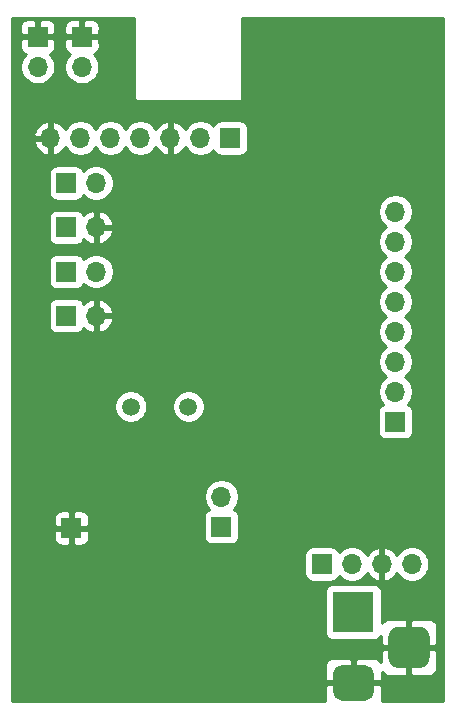
<source format=gbr>
G04 #@! TF.GenerationSoftware,KiCad,Pcbnew,5.1.6+dfsg1-1~bpo10+1*
G04 #@! TF.CreationDate,2020-07-18T15:25:44-05:00*
G04 #@! TF.ProjectId,EncoderBoard2,456e636f-6465-4724-926f-617264322e6b,v1.0*
G04 #@! TF.SameCoordinates,Original*
G04 #@! TF.FileFunction,Copper,L2,Bot*
G04 #@! TF.FilePolarity,Positive*
%FSLAX46Y46*%
G04 Gerber Fmt 4.6, Leading zero omitted, Abs format (unit mm)*
G04 Created by KiCad (PCBNEW 5.1.6+dfsg1-1~bpo10+1) date 2020-07-18 15:25:44*
%MOMM*%
%LPD*%
G01*
G04 APERTURE LIST*
G04 #@! TA.AperFunction,ComponentPad*
%ADD10O,1.700000X1.700000*%
G04 #@! TD*
G04 #@! TA.AperFunction,ComponentPad*
%ADD11R,1.700000X1.700000*%
G04 #@! TD*
G04 #@! TA.AperFunction,ComponentPad*
%ADD12R,3.500000X3.500000*%
G04 #@! TD*
G04 #@! TA.AperFunction,ComponentPad*
%ADD13C,1.500000*%
G04 #@! TD*
G04 #@! TA.AperFunction,ViaPad*
%ADD14C,0.450000*%
G04 #@! TD*
G04 #@! TA.AperFunction,ViaPad*
%ADD15C,1.270000*%
G04 #@! TD*
G04 #@! TA.AperFunction,Conductor*
%ADD16C,0.254000*%
G04 #@! TD*
G04 APERTURE END LIST*
D10*
X108077000Y-98983800D03*
X110617000Y-98983800D03*
X113157000Y-98983800D03*
X115697000Y-98983800D03*
X118237000Y-98983800D03*
X120777000Y-98983800D03*
D11*
X123317000Y-98983800D03*
X109410500Y-102793800D03*
D10*
X111950500Y-102793800D03*
D11*
X109410500Y-106540300D03*
D10*
X111950500Y-106540300D03*
D11*
X109410500Y-110286800D03*
D10*
X111950500Y-110286800D03*
D11*
X109410500Y-114033300D03*
D10*
X111950500Y-114033300D03*
D11*
X137287000Y-122986800D03*
D10*
X137287000Y-120446800D03*
X137287000Y-117906800D03*
X137287000Y-115366800D03*
X137287000Y-112826800D03*
X137287000Y-110286800D03*
X137287000Y-107746800D03*
X137287000Y-105206800D03*
G04 #@! TA.AperFunction,ComponentPad*
G36*
G01*
X139306000Y-143865800D02*
X137556000Y-143865800D01*
G75*
G02*
X136681000Y-142990800I0J875000D01*
G01*
X136681000Y-141240800D01*
G75*
G02*
X137556000Y-140365800I875000J0D01*
G01*
X139306000Y-140365800D01*
G75*
G02*
X140181000Y-141240800I0J-875000D01*
G01*
X140181000Y-142990800D01*
G75*
G02*
X139306000Y-143865800I-875000J0D01*
G01*
G37*
G04 #@! TD.AperFunction*
G04 #@! TA.AperFunction,ComponentPad*
G36*
G01*
X134731000Y-146615800D02*
X132731000Y-146615800D01*
G75*
G02*
X131981000Y-145865800I0J750000D01*
G01*
X131981000Y-144365800D01*
G75*
G02*
X132731000Y-143615800I750000J0D01*
G01*
X134731000Y-143615800D01*
G75*
G02*
X135481000Y-144365800I0J-750000D01*
G01*
X135481000Y-145865800D01*
G75*
G02*
X134731000Y-146615800I-750000J0D01*
G01*
G37*
G04 #@! TD.AperFunction*
D12*
X133731000Y-139115800D03*
D11*
X109855000Y-132003800D03*
D13*
X114881000Y-121716800D03*
X119761000Y-121716800D03*
D10*
X138684000Y-135051800D03*
X136144000Y-135051800D03*
X133604000Y-135051800D03*
D11*
X131064000Y-135051800D03*
D10*
X106997500Y-92951300D03*
D11*
X106997500Y-90411300D03*
D10*
X110744000Y-92951300D03*
D11*
X110744000Y-90411300D03*
X122555000Y-131876800D03*
D10*
X122555000Y-129336800D03*
D14*
X127889000Y-111302800D03*
X122555000Y-135813800D03*
X113030000Y-137210800D03*
X113919000Y-138353800D03*
X126478000Y-123861800D03*
X108472000Y-123861800D03*
X127889000Y-120446800D03*
X132334000Y-113715800D03*
X132080000Y-105714800D03*
X132870000Y-104472800D03*
X133604000Y-98348800D03*
X134239000Y-96824800D03*
X134465000Y-90502800D03*
X135410000Y-90502800D03*
X113919000Y-115874800D03*
X120051000Y-105496800D03*
X119176800Y-117881400D03*
X126633000Y-101382800D03*
X127127000Y-89585800D03*
X128129000Y-94552800D03*
X113792000Y-90216800D03*
X125349000Y-93141800D03*
X116713000Y-115239800D03*
X137541000Y-131495800D03*
X135128000Y-128574800D03*
X128143000Y-108000800D03*
X129286000Y-131495800D03*
X106807000Y-100888800D03*
X106680000Y-108508800D03*
X131699000Y-114858800D03*
D15*
X121920000Y-142163800D03*
D14*
X108585000Y-142036800D03*
D15*
X117602000Y-142544800D03*
D14*
X113792000Y-139750800D03*
X113284000Y-144195800D03*
X114300000Y-117906800D03*
X126111000Y-106349800D03*
X127381000Y-103809800D03*
X118745000Y-102031800D03*
D16*
G36*
X115189000Y-95681800D02*
G01*
X115191440Y-95706576D01*
X115198667Y-95730401D01*
X115210403Y-95752357D01*
X115226197Y-95771603D01*
X115245443Y-95787397D01*
X115267399Y-95799133D01*
X115291224Y-95806360D01*
X115316000Y-95808800D01*
X124206000Y-95808800D01*
X124230776Y-95806360D01*
X124254601Y-95799133D01*
X124276557Y-95787397D01*
X124295803Y-95771603D01*
X124311597Y-95752357D01*
X124323333Y-95730401D01*
X124330560Y-95706576D01*
X124333000Y-95681800D01*
X124333000Y-88848000D01*
X141276000Y-88848000D01*
X141276001Y-146610000D01*
X136119057Y-146610000D01*
X136116000Y-145401550D01*
X135957250Y-145242800D01*
X133858000Y-145242800D01*
X133858000Y-145262800D01*
X133604000Y-145262800D01*
X133604000Y-145242800D01*
X131504750Y-145242800D01*
X131346000Y-145401550D01*
X131342943Y-146610000D01*
X104850000Y-146610000D01*
X104850000Y-143615800D01*
X131342928Y-143615800D01*
X131346000Y-144830050D01*
X131504750Y-144988800D01*
X133604000Y-144988800D01*
X133604000Y-143139550D01*
X133858000Y-143139550D01*
X133858000Y-144988800D01*
X135957250Y-144988800D01*
X136116000Y-144830050D01*
X136117698Y-144158995D01*
X136150463Y-144220294D01*
X136229815Y-144316985D01*
X136326506Y-144396337D01*
X136436820Y-144455302D01*
X136556518Y-144491612D01*
X136681000Y-144503872D01*
X138145250Y-144500800D01*
X138304000Y-144342050D01*
X138304000Y-142242800D01*
X138558000Y-142242800D01*
X138558000Y-144342050D01*
X138716750Y-144500800D01*
X140181000Y-144503872D01*
X140305482Y-144491612D01*
X140425180Y-144455302D01*
X140535494Y-144396337D01*
X140632185Y-144316985D01*
X140711537Y-144220294D01*
X140770502Y-144109980D01*
X140806812Y-143990282D01*
X140819072Y-143865800D01*
X140816000Y-142401550D01*
X140657250Y-142242800D01*
X138558000Y-142242800D01*
X138304000Y-142242800D01*
X136204750Y-142242800D01*
X136046000Y-142401550D01*
X136044069Y-143322167D01*
X136011537Y-143261306D01*
X135932185Y-143164615D01*
X135835494Y-143085263D01*
X135725180Y-143026298D01*
X135605482Y-142989988D01*
X135481000Y-142977728D01*
X134016750Y-142980800D01*
X133858000Y-143139550D01*
X133604000Y-143139550D01*
X133445250Y-142980800D01*
X131981000Y-142977728D01*
X131856518Y-142989988D01*
X131736820Y-143026298D01*
X131626506Y-143085263D01*
X131529815Y-143164615D01*
X131450463Y-143261306D01*
X131391498Y-143371620D01*
X131355188Y-143491318D01*
X131342928Y-143615800D01*
X104850000Y-143615800D01*
X104850000Y-137365800D01*
X131342928Y-137365800D01*
X131342928Y-140865800D01*
X131355188Y-140990282D01*
X131391498Y-141109980D01*
X131450463Y-141220294D01*
X131529815Y-141316985D01*
X131626506Y-141396337D01*
X131736820Y-141455302D01*
X131856518Y-141491612D01*
X131981000Y-141503872D01*
X135481000Y-141503872D01*
X135605482Y-141491612D01*
X135725180Y-141455302D01*
X135835494Y-141396337D01*
X135932185Y-141316985D01*
X136011537Y-141220294D01*
X136044591Y-141158455D01*
X136046000Y-141830050D01*
X136204750Y-141988800D01*
X138304000Y-141988800D01*
X138304000Y-139889550D01*
X138558000Y-139889550D01*
X138558000Y-141988800D01*
X140657250Y-141988800D01*
X140816000Y-141830050D01*
X140819072Y-140365800D01*
X140806812Y-140241318D01*
X140770502Y-140121620D01*
X140711537Y-140011306D01*
X140632185Y-139914615D01*
X140535494Y-139835263D01*
X140425180Y-139776298D01*
X140305482Y-139739988D01*
X140181000Y-139727728D01*
X138716750Y-139730800D01*
X138558000Y-139889550D01*
X138304000Y-139889550D01*
X138145250Y-139730800D01*
X136681000Y-139727728D01*
X136556518Y-139739988D01*
X136436820Y-139776298D01*
X136326506Y-139835263D01*
X136229815Y-139914615D01*
X136150463Y-140011306D01*
X136119072Y-140070033D01*
X136119072Y-137365800D01*
X136106812Y-137241318D01*
X136070502Y-137121620D01*
X136011537Y-137011306D01*
X135932185Y-136914615D01*
X135835494Y-136835263D01*
X135725180Y-136776298D01*
X135605482Y-136739988D01*
X135481000Y-136727728D01*
X131981000Y-136727728D01*
X131856518Y-136739988D01*
X131736820Y-136776298D01*
X131626506Y-136835263D01*
X131529815Y-136914615D01*
X131450463Y-137011306D01*
X131391498Y-137121620D01*
X131355188Y-137241318D01*
X131342928Y-137365800D01*
X104850000Y-137365800D01*
X104850000Y-134201800D01*
X129575928Y-134201800D01*
X129575928Y-135901800D01*
X129588188Y-136026282D01*
X129624498Y-136145980D01*
X129683463Y-136256294D01*
X129762815Y-136352985D01*
X129859506Y-136432337D01*
X129969820Y-136491302D01*
X130089518Y-136527612D01*
X130214000Y-136539872D01*
X131914000Y-136539872D01*
X132038482Y-136527612D01*
X132158180Y-136491302D01*
X132268494Y-136432337D01*
X132365185Y-136352985D01*
X132444537Y-136256294D01*
X132503502Y-136145980D01*
X132525513Y-136073420D01*
X132657368Y-136205275D01*
X132900589Y-136367790D01*
X133170842Y-136479732D01*
X133457740Y-136536800D01*
X133750260Y-136536800D01*
X134037158Y-136479732D01*
X134307411Y-136367790D01*
X134550632Y-136205275D01*
X134757475Y-135998432D01*
X134879195Y-135816266D01*
X134948822Y-135933155D01*
X135143731Y-136149388D01*
X135377080Y-136323441D01*
X135639901Y-136448625D01*
X135787110Y-136493276D01*
X136017000Y-136371955D01*
X136017000Y-135178800D01*
X135997000Y-135178800D01*
X135997000Y-134924800D01*
X136017000Y-134924800D01*
X136017000Y-133731645D01*
X136271000Y-133731645D01*
X136271000Y-134924800D01*
X136291000Y-134924800D01*
X136291000Y-135178800D01*
X136271000Y-135178800D01*
X136271000Y-136371955D01*
X136500890Y-136493276D01*
X136648099Y-136448625D01*
X136910920Y-136323441D01*
X137144269Y-136149388D01*
X137339178Y-135933155D01*
X137408805Y-135816266D01*
X137530525Y-135998432D01*
X137737368Y-136205275D01*
X137980589Y-136367790D01*
X138250842Y-136479732D01*
X138537740Y-136536800D01*
X138830260Y-136536800D01*
X139117158Y-136479732D01*
X139387411Y-136367790D01*
X139630632Y-136205275D01*
X139837475Y-135998432D01*
X139999990Y-135755211D01*
X140111932Y-135484958D01*
X140169000Y-135198060D01*
X140169000Y-134905540D01*
X140111932Y-134618642D01*
X139999990Y-134348389D01*
X139837475Y-134105168D01*
X139630632Y-133898325D01*
X139387411Y-133735810D01*
X139117158Y-133623868D01*
X138830260Y-133566800D01*
X138537740Y-133566800D01*
X138250842Y-133623868D01*
X137980589Y-133735810D01*
X137737368Y-133898325D01*
X137530525Y-134105168D01*
X137408805Y-134287334D01*
X137339178Y-134170445D01*
X137144269Y-133954212D01*
X136910920Y-133780159D01*
X136648099Y-133654975D01*
X136500890Y-133610324D01*
X136271000Y-133731645D01*
X136017000Y-133731645D01*
X135787110Y-133610324D01*
X135639901Y-133654975D01*
X135377080Y-133780159D01*
X135143731Y-133954212D01*
X134948822Y-134170445D01*
X134879195Y-134287334D01*
X134757475Y-134105168D01*
X134550632Y-133898325D01*
X134307411Y-133735810D01*
X134037158Y-133623868D01*
X133750260Y-133566800D01*
X133457740Y-133566800D01*
X133170842Y-133623868D01*
X132900589Y-133735810D01*
X132657368Y-133898325D01*
X132525513Y-134030180D01*
X132503502Y-133957620D01*
X132444537Y-133847306D01*
X132365185Y-133750615D01*
X132268494Y-133671263D01*
X132158180Y-133612298D01*
X132038482Y-133575988D01*
X131914000Y-133563728D01*
X130214000Y-133563728D01*
X130089518Y-133575988D01*
X129969820Y-133612298D01*
X129859506Y-133671263D01*
X129762815Y-133750615D01*
X129683463Y-133847306D01*
X129624498Y-133957620D01*
X129588188Y-134077318D01*
X129575928Y-134201800D01*
X104850000Y-134201800D01*
X104850000Y-132853800D01*
X108366928Y-132853800D01*
X108379188Y-132978282D01*
X108415498Y-133097980D01*
X108474463Y-133208294D01*
X108553815Y-133304985D01*
X108650506Y-133384337D01*
X108760820Y-133443302D01*
X108880518Y-133479612D01*
X109005000Y-133491872D01*
X109569250Y-133488800D01*
X109728000Y-133330050D01*
X109728000Y-132130800D01*
X109982000Y-132130800D01*
X109982000Y-133330050D01*
X110140750Y-133488800D01*
X110705000Y-133491872D01*
X110829482Y-133479612D01*
X110949180Y-133443302D01*
X111059494Y-133384337D01*
X111156185Y-133304985D01*
X111235537Y-133208294D01*
X111294502Y-133097980D01*
X111330812Y-132978282D01*
X111343072Y-132853800D01*
X111340000Y-132289550D01*
X111181250Y-132130800D01*
X109982000Y-132130800D01*
X109728000Y-132130800D01*
X108528750Y-132130800D01*
X108370000Y-132289550D01*
X108366928Y-132853800D01*
X104850000Y-132853800D01*
X104850000Y-131153800D01*
X108366928Y-131153800D01*
X108370000Y-131718050D01*
X108528750Y-131876800D01*
X109728000Y-131876800D01*
X109728000Y-130677550D01*
X109982000Y-130677550D01*
X109982000Y-131876800D01*
X111181250Y-131876800D01*
X111340000Y-131718050D01*
X111343072Y-131153800D01*
X111330812Y-131029318D01*
X111330049Y-131026800D01*
X121066928Y-131026800D01*
X121066928Y-132726800D01*
X121079188Y-132851282D01*
X121115498Y-132970980D01*
X121174463Y-133081294D01*
X121253815Y-133177985D01*
X121350506Y-133257337D01*
X121460820Y-133316302D01*
X121580518Y-133352612D01*
X121705000Y-133364872D01*
X123405000Y-133364872D01*
X123529482Y-133352612D01*
X123649180Y-133316302D01*
X123759494Y-133257337D01*
X123856185Y-133177985D01*
X123935537Y-133081294D01*
X123994502Y-132970980D01*
X124030812Y-132851282D01*
X124043072Y-132726800D01*
X124043072Y-131026800D01*
X124030812Y-130902318D01*
X123994502Y-130782620D01*
X123935537Y-130672306D01*
X123856185Y-130575615D01*
X123759494Y-130496263D01*
X123649180Y-130437298D01*
X123576620Y-130415287D01*
X123708475Y-130283432D01*
X123870990Y-130040211D01*
X123982932Y-129769958D01*
X124040000Y-129483060D01*
X124040000Y-129190540D01*
X123982932Y-128903642D01*
X123870990Y-128633389D01*
X123708475Y-128390168D01*
X123501632Y-128183325D01*
X123258411Y-128020810D01*
X122988158Y-127908868D01*
X122701260Y-127851800D01*
X122408740Y-127851800D01*
X122121842Y-127908868D01*
X121851589Y-128020810D01*
X121608368Y-128183325D01*
X121401525Y-128390168D01*
X121239010Y-128633389D01*
X121127068Y-128903642D01*
X121070000Y-129190540D01*
X121070000Y-129483060D01*
X121127068Y-129769958D01*
X121239010Y-130040211D01*
X121401525Y-130283432D01*
X121533380Y-130415287D01*
X121460820Y-130437298D01*
X121350506Y-130496263D01*
X121253815Y-130575615D01*
X121174463Y-130672306D01*
X121115498Y-130782620D01*
X121079188Y-130902318D01*
X121066928Y-131026800D01*
X111330049Y-131026800D01*
X111294502Y-130909620D01*
X111235537Y-130799306D01*
X111156185Y-130702615D01*
X111059494Y-130623263D01*
X110949180Y-130564298D01*
X110829482Y-130527988D01*
X110705000Y-130515728D01*
X110140750Y-130518800D01*
X109982000Y-130677550D01*
X109728000Y-130677550D01*
X109569250Y-130518800D01*
X109005000Y-130515728D01*
X108880518Y-130527988D01*
X108760820Y-130564298D01*
X108650506Y-130623263D01*
X108553815Y-130702615D01*
X108474463Y-130799306D01*
X108415498Y-130909620D01*
X108379188Y-131029318D01*
X108366928Y-131153800D01*
X104850000Y-131153800D01*
X104850000Y-121580389D01*
X113496000Y-121580389D01*
X113496000Y-121853211D01*
X113549225Y-122120789D01*
X113653629Y-122372843D01*
X113805201Y-122599686D01*
X113998114Y-122792599D01*
X114224957Y-122944171D01*
X114477011Y-123048575D01*
X114744589Y-123101800D01*
X115017411Y-123101800D01*
X115284989Y-123048575D01*
X115537043Y-122944171D01*
X115763886Y-122792599D01*
X115956799Y-122599686D01*
X116108371Y-122372843D01*
X116212775Y-122120789D01*
X116266000Y-121853211D01*
X116266000Y-121580389D01*
X118376000Y-121580389D01*
X118376000Y-121853211D01*
X118429225Y-122120789D01*
X118533629Y-122372843D01*
X118685201Y-122599686D01*
X118878114Y-122792599D01*
X119104957Y-122944171D01*
X119357011Y-123048575D01*
X119624589Y-123101800D01*
X119897411Y-123101800D01*
X120164989Y-123048575D01*
X120417043Y-122944171D01*
X120643886Y-122792599D01*
X120836799Y-122599686D01*
X120988371Y-122372843D01*
X121086143Y-122136800D01*
X135798928Y-122136800D01*
X135798928Y-123836800D01*
X135811188Y-123961282D01*
X135847498Y-124080980D01*
X135906463Y-124191294D01*
X135985815Y-124287985D01*
X136082506Y-124367337D01*
X136192820Y-124426302D01*
X136312518Y-124462612D01*
X136437000Y-124474872D01*
X138137000Y-124474872D01*
X138261482Y-124462612D01*
X138381180Y-124426302D01*
X138491494Y-124367337D01*
X138588185Y-124287985D01*
X138667537Y-124191294D01*
X138726502Y-124080980D01*
X138762812Y-123961282D01*
X138775072Y-123836800D01*
X138775072Y-122136800D01*
X138762812Y-122012318D01*
X138726502Y-121892620D01*
X138667537Y-121782306D01*
X138588185Y-121685615D01*
X138491494Y-121606263D01*
X138381180Y-121547298D01*
X138308620Y-121525287D01*
X138440475Y-121393432D01*
X138602990Y-121150211D01*
X138714932Y-120879958D01*
X138772000Y-120593060D01*
X138772000Y-120300540D01*
X138714932Y-120013642D01*
X138602990Y-119743389D01*
X138440475Y-119500168D01*
X138233632Y-119293325D01*
X138059240Y-119176800D01*
X138233632Y-119060275D01*
X138440475Y-118853432D01*
X138602990Y-118610211D01*
X138714932Y-118339958D01*
X138772000Y-118053060D01*
X138772000Y-117760540D01*
X138714932Y-117473642D01*
X138602990Y-117203389D01*
X138440475Y-116960168D01*
X138233632Y-116753325D01*
X138059240Y-116636800D01*
X138233632Y-116520275D01*
X138440475Y-116313432D01*
X138602990Y-116070211D01*
X138714932Y-115799958D01*
X138772000Y-115513060D01*
X138772000Y-115220540D01*
X138714932Y-114933642D01*
X138602990Y-114663389D01*
X138440475Y-114420168D01*
X138233632Y-114213325D01*
X138059240Y-114096800D01*
X138233632Y-113980275D01*
X138440475Y-113773432D01*
X138602990Y-113530211D01*
X138714932Y-113259958D01*
X138772000Y-112973060D01*
X138772000Y-112680540D01*
X138714932Y-112393642D01*
X138602990Y-112123389D01*
X138440475Y-111880168D01*
X138233632Y-111673325D01*
X138059240Y-111556800D01*
X138233632Y-111440275D01*
X138440475Y-111233432D01*
X138602990Y-110990211D01*
X138714932Y-110719958D01*
X138772000Y-110433060D01*
X138772000Y-110140540D01*
X138714932Y-109853642D01*
X138602990Y-109583389D01*
X138440475Y-109340168D01*
X138233632Y-109133325D01*
X138059240Y-109016800D01*
X138233632Y-108900275D01*
X138440475Y-108693432D01*
X138602990Y-108450211D01*
X138714932Y-108179958D01*
X138772000Y-107893060D01*
X138772000Y-107600540D01*
X138714932Y-107313642D01*
X138602990Y-107043389D01*
X138440475Y-106800168D01*
X138233632Y-106593325D01*
X138059240Y-106476800D01*
X138233632Y-106360275D01*
X138440475Y-106153432D01*
X138602990Y-105910211D01*
X138714932Y-105639958D01*
X138772000Y-105353060D01*
X138772000Y-105060540D01*
X138714932Y-104773642D01*
X138602990Y-104503389D01*
X138440475Y-104260168D01*
X138233632Y-104053325D01*
X137990411Y-103890810D01*
X137720158Y-103778868D01*
X137433260Y-103721800D01*
X137140740Y-103721800D01*
X136853842Y-103778868D01*
X136583589Y-103890810D01*
X136340368Y-104053325D01*
X136133525Y-104260168D01*
X135971010Y-104503389D01*
X135859068Y-104773642D01*
X135802000Y-105060540D01*
X135802000Y-105353060D01*
X135859068Y-105639958D01*
X135971010Y-105910211D01*
X136133525Y-106153432D01*
X136340368Y-106360275D01*
X136514760Y-106476800D01*
X136340368Y-106593325D01*
X136133525Y-106800168D01*
X135971010Y-107043389D01*
X135859068Y-107313642D01*
X135802000Y-107600540D01*
X135802000Y-107893060D01*
X135859068Y-108179958D01*
X135971010Y-108450211D01*
X136133525Y-108693432D01*
X136340368Y-108900275D01*
X136514760Y-109016800D01*
X136340368Y-109133325D01*
X136133525Y-109340168D01*
X135971010Y-109583389D01*
X135859068Y-109853642D01*
X135802000Y-110140540D01*
X135802000Y-110433060D01*
X135859068Y-110719958D01*
X135971010Y-110990211D01*
X136133525Y-111233432D01*
X136340368Y-111440275D01*
X136514760Y-111556800D01*
X136340368Y-111673325D01*
X136133525Y-111880168D01*
X135971010Y-112123389D01*
X135859068Y-112393642D01*
X135802000Y-112680540D01*
X135802000Y-112973060D01*
X135859068Y-113259958D01*
X135971010Y-113530211D01*
X136133525Y-113773432D01*
X136340368Y-113980275D01*
X136514760Y-114096800D01*
X136340368Y-114213325D01*
X136133525Y-114420168D01*
X135971010Y-114663389D01*
X135859068Y-114933642D01*
X135802000Y-115220540D01*
X135802000Y-115513060D01*
X135859068Y-115799958D01*
X135971010Y-116070211D01*
X136133525Y-116313432D01*
X136340368Y-116520275D01*
X136514760Y-116636800D01*
X136340368Y-116753325D01*
X136133525Y-116960168D01*
X135971010Y-117203389D01*
X135859068Y-117473642D01*
X135802000Y-117760540D01*
X135802000Y-118053060D01*
X135859068Y-118339958D01*
X135971010Y-118610211D01*
X136133525Y-118853432D01*
X136340368Y-119060275D01*
X136514760Y-119176800D01*
X136340368Y-119293325D01*
X136133525Y-119500168D01*
X135971010Y-119743389D01*
X135859068Y-120013642D01*
X135802000Y-120300540D01*
X135802000Y-120593060D01*
X135859068Y-120879958D01*
X135971010Y-121150211D01*
X136133525Y-121393432D01*
X136265380Y-121525287D01*
X136192820Y-121547298D01*
X136082506Y-121606263D01*
X135985815Y-121685615D01*
X135906463Y-121782306D01*
X135847498Y-121892620D01*
X135811188Y-122012318D01*
X135798928Y-122136800D01*
X121086143Y-122136800D01*
X121092775Y-122120789D01*
X121146000Y-121853211D01*
X121146000Y-121580389D01*
X121092775Y-121312811D01*
X120988371Y-121060757D01*
X120836799Y-120833914D01*
X120643886Y-120641001D01*
X120417043Y-120489429D01*
X120164989Y-120385025D01*
X119897411Y-120331800D01*
X119624589Y-120331800D01*
X119357011Y-120385025D01*
X119104957Y-120489429D01*
X118878114Y-120641001D01*
X118685201Y-120833914D01*
X118533629Y-121060757D01*
X118429225Y-121312811D01*
X118376000Y-121580389D01*
X116266000Y-121580389D01*
X116212775Y-121312811D01*
X116108371Y-121060757D01*
X115956799Y-120833914D01*
X115763886Y-120641001D01*
X115537043Y-120489429D01*
X115284989Y-120385025D01*
X115017411Y-120331800D01*
X114744589Y-120331800D01*
X114477011Y-120385025D01*
X114224957Y-120489429D01*
X113998114Y-120641001D01*
X113805201Y-120833914D01*
X113653629Y-121060757D01*
X113549225Y-121312811D01*
X113496000Y-121580389D01*
X104850000Y-121580389D01*
X104850000Y-113183300D01*
X107922428Y-113183300D01*
X107922428Y-114883300D01*
X107934688Y-115007782D01*
X107970998Y-115127480D01*
X108029963Y-115237794D01*
X108109315Y-115334485D01*
X108206006Y-115413837D01*
X108316320Y-115472802D01*
X108436018Y-115509112D01*
X108560500Y-115521372D01*
X110260500Y-115521372D01*
X110384982Y-115509112D01*
X110504680Y-115472802D01*
X110614994Y-115413837D01*
X110711685Y-115334485D01*
X110791037Y-115237794D01*
X110850002Y-115127480D01*
X110874466Y-115046834D01*
X110950231Y-115130888D01*
X111183580Y-115304941D01*
X111446401Y-115430125D01*
X111593610Y-115474776D01*
X111823500Y-115353455D01*
X111823500Y-114160300D01*
X112077500Y-114160300D01*
X112077500Y-115353455D01*
X112307390Y-115474776D01*
X112454599Y-115430125D01*
X112717420Y-115304941D01*
X112950769Y-115130888D01*
X113145678Y-114914655D01*
X113294657Y-114664552D01*
X113391981Y-114390191D01*
X113271314Y-114160300D01*
X112077500Y-114160300D01*
X111823500Y-114160300D01*
X111803500Y-114160300D01*
X111803500Y-113906300D01*
X111823500Y-113906300D01*
X111823500Y-112713145D01*
X112077500Y-112713145D01*
X112077500Y-113906300D01*
X113271314Y-113906300D01*
X113391981Y-113676409D01*
X113294657Y-113402048D01*
X113145678Y-113151945D01*
X112950769Y-112935712D01*
X112717420Y-112761659D01*
X112454599Y-112636475D01*
X112307390Y-112591824D01*
X112077500Y-112713145D01*
X111823500Y-112713145D01*
X111593610Y-112591824D01*
X111446401Y-112636475D01*
X111183580Y-112761659D01*
X110950231Y-112935712D01*
X110874466Y-113019766D01*
X110850002Y-112939120D01*
X110791037Y-112828806D01*
X110711685Y-112732115D01*
X110614994Y-112652763D01*
X110504680Y-112593798D01*
X110384982Y-112557488D01*
X110260500Y-112545228D01*
X108560500Y-112545228D01*
X108436018Y-112557488D01*
X108316320Y-112593798D01*
X108206006Y-112652763D01*
X108109315Y-112732115D01*
X108029963Y-112828806D01*
X107970998Y-112939120D01*
X107934688Y-113058818D01*
X107922428Y-113183300D01*
X104850000Y-113183300D01*
X104850000Y-109436800D01*
X107922428Y-109436800D01*
X107922428Y-111136800D01*
X107934688Y-111261282D01*
X107970998Y-111380980D01*
X108029963Y-111491294D01*
X108109315Y-111587985D01*
X108206006Y-111667337D01*
X108316320Y-111726302D01*
X108436018Y-111762612D01*
X108560500Y-111774872D01*
X110260500Y-111774872D01*
X110384982Y-111762612D01*
X110504680Y-111726302D01*
X110614994Y-111667337D01*
X110711685Y-111587985D01*
X110791037Y-111491294D01*
X110850002Y-111380980D01*
X110872013Y-111308420D01*
X111003868Y-111440275D01*
X111247089Y-111602790D01*
X111517342Y-111714732D01*
X111804240Y-111771800D01*
X112096760Y-111771800D01*
X112383658Y-111714732D01*
X112653911Y-111602790D01*
X112897132Y-111440275D01*
X113103975Y-111233432D01*
X113266490Y-110990211D01*
X113378432Y-110719958D01*
X113435500Y-110433060D01*
X113435500Y-110140540D01*
X113378432Y-109853642D01*
X113266490Y-109583389D01*
X113103975Y-109340168D01*
X112897132Y-109133325D01*
X112653911Y-108970810D01*
X112383658Y-108858868D01*
X112096760Y-108801800D01*
X111804240Y-108801800D01*
X111517342Y-108858868D01*
X111247089Y-108970810D01*
X111003868Y-109133325D01*
X110872013Y-109265180D01*
X110850002Y-109192620D01*
X110791037Y-109082306D01*
X110711685Y-108985615D01*
X110614994Y-108906263D01*
X110504680Y-108847298D01*
X110384982Y-108810988D01*
X110260500Y-108798728D01*
X108560500Y-108798728D01*
X108436018Y-108810988D01*
X108316320Y-108847298D01*
X108206006Y-108906263D01*
X108109315Y-108985615D01*
X108029963Y-109082306D01*
X107970998Y-109192620D01*
X107934688Y-109312318D01*
X107922428Y-109436800D01*
X104850000Y-109436800D01*
X104850000Y-105690300D01*
X107922428Y-105690300D01*
X107922428Y-107390300D01*
X107934688Y-107514782D01*
X107970998Y-107634480D01*
X108029963Y-107744794D01*
X108109315Y-107841485D01*
X108206006Y-107920837D01*
X108316320Y-107979802D01*
X108436018Y-108016112D01*
X108560500Y-108028372D01*
X110260500Y-108028372D01*
X110384982Y-108016112D01*
X110504680Y-107979802D01*
X110614994Y-107920837D01*
X110711685Y-107841485D01*
X110791037Y-107744794D01*
X110850002Y-107634480D01*
X110874466Y-107553834D01*
X110950231Y-107637888D01*
X111183580Y-107811941D01*
X111446401Y-107937125D01*
X111593610Y-107981776D01*
X111823500Y-107860455D01*
X111823500Y-106667300D01*
X112077500Y-106667300D01*
X112077500Y-107860455D01*
X112307390Y-107981776D01*
X112454599Y-107937125D01*
X112717420Y-107811941D01*
X112950769Y-107637888D01*
X113145678Y-107421655D01*
X113294657Y-107171552D01*
X113391981Y-106897191D01*
X113271314Y-106667300D01*
X112077500Y-106667300D01*
X111823500Y-106667300D01*
X111803500Y-106667300D01*
X111803500Y-106413300D01*
X111823500Y-106413300D01*
X111823500Y-105220145D01*
X112077500Y-105220145D01*
X112077500Y-106413300D01*
X113271314Y-106413300D01*
X113391981Y-106183409D01*
X113294657Y-105909048D01*
X113145678Y-105658945D01*
X112950769Y-105442712D01*
X112717420Y-105268659D01*
X112454599Y-105143475D01*
X112307390Y-105098824D01*
X112077500Y-105220145D01*
X111823500Y-105220145D01*
X111593610Y-105098824D01*
X111446401Y-105143475D01*
X111183580Y-105268659D01*
X110950231Y-105442712D01*
X110874466Y-105526766D01*
X110850002Y-105446120D01*
X110791037Y-105335806D01*
X110711685Y-105239115D01*
X110614994Y-105159763D01*
X110504680Y-105100798D01*
X110384982Y-105064488D01*
X110260500Y-105052228D01*
X108560500Y-105052228D01*
X108436018Y-105064488D01*
X108316320Y-105100798D01*
X108206006Y-105159763D01*
X108109315Y-105239115D01*
X108029963Y-105335806D01*
X107970998Y-105446120D01*
X107934688Y-105565818D01*
X107922428Y-105690300D01*
X104850000Y-105690300D01*
X104850000Y-101943800D01*
X107922428Y-101943800D01*
X107922428Y-103643800D01*
X107934688Y-103768282D01*
X107970998Y-103887980D01*
X108029963Y-103998294D01*
X108109315Y-104094985D01*
X108206006Y-104174337D01*
X108316320Y-104233302D01*
X108436018Y-104269612D01*
X108560500Y-104281872D01*
X110260500Y-104281872D01*
X110384982Y-104269612D01*
X110504680Y-104233302D01*
X110614994Y-104174337D01*
X110711685Y-104094985D01*
X110791037Y-103998294D01*
X110850002Y-103887980D01*
X110872013Y-103815420D01*
X111003868Y-103947275D01*
X111247089Y-104109790D01*
X111517342Y-104221732D01*
X111804240Y-104278800D01*
X112096760Y-104278800D01*
X112383658Y-104221732D01*
X112653911Y-104109790D01*
X112897132Y-103947275D01*
X113103975Y-103740432D01*
X113266490Y-103497211D01*
X113378432Y-103226958D01*
X113435500Y-102940060D01*
X113435500Y-102647540D01*
X113378432Y-102360642D01*
X113266490Y-102090389D01*
X113103975Y-101847168D01*
X112897132Y-101640325D01*
X112653911Y-101477810D01*
X112383658Y-101365868D01*
X112096760Y-101308800D01*
X111804240Y-101308800D01*
X111517342Y-101365868D01*
X111247089Y-101477810D01*
X111003868Y-101640325D01*
X110872013Y-101772180D01*
X110850002Y-101699620D01*
X110791037Y-101589306D01*
X110711685Y-101492615D01*
X110614994Y-101413263D01*
X110504680Y-101354298D01*
X110384982Y-101317988D01*
X110260500Y-101305728D01*
X108560500Y-101305728D01*
X108436018Y-101317988D01*
X108316320Y-101354298D01*
X108206006Y-101413263D01*
X108109315Y-101492615D01*
X108029963Y-101589306D01*
X107970998Y-101699620D01*
X107934688Y-101819318D01*
X107922428Y-101943800D01*
X104850000Y-101943800D01*
X104850000Y-99340691D01*
X106635519Y-99340691D01*
X106732843Y-99615052D01*
X106881822Y-99865155D01*
X107076731Y-100081388D01*
X107310080Y-100255441D01*
X107572901Y-100380625D01*
X107720110Y-100425276D01*
X107950000Y-100303955D01*
X107950000Y-99110800D01*
X106756186Y-99110800D01*
X106635519Y-99340691D01*
X104850000Y-99340691D01*
X104850000Y-98626909D01*
X106635519Y-98626909D01*
X106756186Y-98856800D01*
X107950000Y-98856800D01*
X107950000Y-97663645D01*
X108204000Y-97663645D01*
X108204000Y-98856800D01*
X108224000Y-98856800D01*
X108224000Y-99110800D01*
X108204000Y-99110800D01*
X108204000Y-100303955D01*
X108433890Y-100425276D01*
X108581099Y-100380625D01*
X108843920Y-100255441D01*
X109077269Y-100081388D01*
X109272178Y-99865155D01*
X109341805Y-99748266D01*
X109463525Y-99930432D01*
X109670368Y-100137275D01*
X109913589Y-100299790D01*
X110183842Y-100411732D01*
X110470740Y-100468800D01*
X110763260Y-100468800D01*
X111050158Y-100411732D01*
X111320411Y-100299790D01*
X111563632Y-100137275D01*
X111770475Y-99930432D01*
X111887000Y-99756040D01*
X112003525Y-99930432D01*
X112210368Y-100137275D01*
X112453589Y-100299790D01*
X112723842Y-100411732D01*
X113010740Y-100468800D01*
X113303260Y-100468800D01*
X113590158Y-100411732D01*
X113860411Y-100299790D01*
X114103632Y-100137275D01*
X114310475Y-99930432D01*
X114427000Y-99756040D01*
X114543525Y-99930432D01*
X114750368Y-100137275D01*
X114993589Y-100299790D01*
X115263842Y-100411732D01*
X115550740Y-100468800D01*
X115843260Y-100468800D01*
X116130158Y-100411732D01*
X116400411Y-100299790D01*
X116643632Y-100137275D01*
X116850475Y-99930432D01*
X116972195Y-99748266D01*
X117041822Y-99865155D01*
X117236731Y-100081388D01*
X117470080Y-100255441D01*
X117732901Y-100380625D01*
X117880110Y-100425276D01*
X118110000Y-100303955D01*
X118110000Y-99110800D01*
X118090000Y-99110800D01*
X118090000Y-98856800D01*
X118110000Y-98856800D01*
X118110000Y-97663645D01*
X118364000Y-97663645D01*
X118364000Y-98856800D01*
X118384000Y-98856800D01*
X118384000Y-99110800D01*
X118364000Y-99110800D01*
X118364000Y-100303955D01*
X118593890Y-100425276D01*
X118741099Y-100380625D01*
X119003920Y-100255441D01*
X119237269Y-100081388D01*
X119432178Y-99865155D01*
X119501805Y-99748266D01*
X119623525Y-99930432D01*
X119830368Y-100137275D01*
X120073589Y-100299790D01*
X120343842Y-100411732D01*
X120630740Y-100468800D01*
X120923260Y-100468800D01*
X121210158Y-100411732D01*
X121480411Y-100299790D01*
X121723632Y-100137275D01*
X121855487Y-100005420D01*
X121877498Y-100077980D01*
X121936463Y-100188294D01*
X122015815Y-100284985D01*
X122112506Y-100364337D01*
X122222820Y-100423302D01*
X122342518Y-100459612D01*
X122467000Y-100471872D01*
X124167000Y-100471872D01*
X124291482Y-100459612D01*
X124411180Y-100423302D01*
X124521494Y-100364337D01*
X124618185Y-100284985D01*
X124697537Y-100188294D01*
X124756502Y-100077980D01*
X124792812Y-99958282D01*
X124805072Y-99833800D01*
X124805072Y-98133800D01*
X124792812Y-98009318D01*
X124756502Y-97889620D01*
X124697537Y-97779306D01*
X124618185Y-97682615D01*
X124521494Y-97603263D01*
X124411180Y-97544298D01*
X124291482Y-97507988D01*
X124167000Y-97495728D01*
X122467000Y-97495728D01*
X122342518Y-97507988D01*
X122222820Y-97544298D01*
X122112506Y-97603263D01*
X122015815Y-97682615D01*
X121936463Y-97779306D01*
X121877498Y-97889620D01*
X121855487Y-97962180D01*
X121723632Y-97830325D01*
X121480411Y-97667810D01*
X121210158Y-97555868D01*
X120923260Y-97498800D01*
X120630740Y-97498800D01*
X120343842Y-97555868D01*
X120073589Y-97667810D01*
X119830368Y-97830325D01*
X119623525Y-98037168D01*
X119501805Y-98219334D01*
X119432178Y-98102445D01*
X119237269Y-97886212D01*
X119003920Y-97712159D01*
X118741099Y-97586975D01*
X118593890Y-97542324D01*
X118364000Y-97663645D01*
X118110000Y-97663645D01*
X117880110Y-97542324D01*
X117732901Y-97586975D01*
X117470080Y-97712159D01*
X117236731Y-97886212D01*
X117041822Y-98102445D01*
X116972195Y-98219334D01*
X116850475Y-98037168D01*
X116643632Y-97830325D01*
X116400411Y-97667810D01*
X116130158Y-97555868D01*
X115843260Y-97498800D01*
X115550740Y-97498800D01*
X115263842Y-97555868D01*
X114993589Y-97667810D01*
X114750368Y-97830325D01*
X114543525Y-98037168D01*
X114427000Y-98211560D01*
X114310475Y-98037168D01*
X114103632Y-97830325D01*
X113860411Y-97667810D01*
X113590158Y-97555868D01*
X113303260Y-97498800D01*
X113010740Y-97498800D01*
X112723842Y-97555868D01*
X112453589Y-97667810D01*
X112210368Y-97830325D01*
X112003525Y-98037168D01*
X111887000Y-98211560D01*
X111770475Y-98037168D01*
X111563632Y-97830325D01*
X111320411Y-97667810D01*
X111050158Y-97555868D01*
X110763260Y-97498800D01*
X110470740Y-97498800D01*
X110183842Y-97555868D01*
X109913589Y-97667810D01*
X109670368Y-97830325D01*
X109463525Y-98037168D01*
X109341805Y-98219334D01*
X109272178Y-98102445D01*
X109077269Y-97886212D01*
X108843920Y-97712159D01*
X108581099Y-97586975D01*
X108433890Y-97542324D01*
X108204000Y-97663645D01*
X107950000Y-97663645D01*
X107720110Y-97542324D01*
X107572901Y-97586975D01*
X107310080Y-97712159D01*
X107076731Y-97886212D01*
X106881822Y-98102445D01*
X106732843Y-98352548D01*
X106635519Y-98626909D01*
X104850000Y-98626909D01*
X104850000Y-91261300D01*
X105509428Y-91261300D01*
X105521688Y-91385782D01*
X105557998Y-91505480D01*
X105616963Y-91615794D01*
X105696315Y-91712485D01*
X105793006Y-91791837D01*
X105903320Y-91850802D01*
X105975880Y-91872813D01*
X105844025Y-92004668D01*
X105681510Y-92247889D01*
X105569568Y-92518142D01*
X105512500Y-92805040D01*
X105512500Y-93097560D01*
X105569568Y-93384458D01*
X105681510Y-93654711D01*
X105844025Y-93897932D01*
X106050868Y-94104775D01*
X106294089Y-94267290D01*
X106564342Y-94379232D01*
X106851240Y-94436300D01*
X107143760Y-94436300D01*
X107430658Y-94379232D01*
X107700911Y-94267290D01*
X107944132Y-94104775D01*
X108150975Y-93897932D01*
X108313490Y-93654711D01*
X108425432Y-93384458D01*
X108482500Y-93097560D01*
X108482500Y-92805040D01*
X108425432Y-92518142D01*
X108313490Y-92247889D01*
X108150975Y-92004668D01*
X108019120Y-91872813D01*
X108091680Y-91850802D01*
X108201994Y-91791837D01*
X108298685Y-91712485D01*
X108378037Y-91615794D01*
X108437002Y-91505480D01*
X108473312Y-91385782D01*
X108485572Y-91261300D01*
X109255928Y-91261300D01*
X109268188Y-91385782D01*
X109304498Y-91505480D01*
X109363463Y-91615794D01*
X109442815Y-91712485D01*
X109539506Y-91791837D01*
X109649820Y-91850802D01*
X109722380Y-91872813D01*
X109590525Y-92004668D01*
X109428010Y-92247889D01*
X109316068Y-92518142D01*
X109259000Y-92805040D01*
X109259000Y-93097560D01*
X109316068Y-93384458D01*
X109428010Y-93654711D01*
X109590525Y-93897932D01*
X109797368Y-94104775D01*
X110040589Y-94267290D01*
X110310842Y-94379232D01*
X110597740Y-94436300D01*
X110890260Y-94436300D01*
X111177158Y-94379232D01*
X111447411Y-94267290D01*
X111690632Y-94104775D01*
X111897475Y-93897932D01*
X112059990Y-93654711D01*
X112171932Y-93384458D01*
X112229000Y-93097560D01*
X112229000Y-92805040D01*
X112171932Y-92518142D01*
X112059990Y-92247889D01*
X111897475Y-92004668D01*
X111765620Y-91872813D01*
X111838180Y-91850802D01*
X111948494Y-91791837D01*
X112045185Y-91712485D01*
X112124537Y-91615794D01*
X112183502Y-91505480D01*
X112219812Y-91385782D01*
X112232072Y-91261300D01*
X112229000Y-90697050D01*
X112070250Y-90538300D01*
X110871000Y-90538300D01*
X110871000Y-90558300D01*
X110617000Y-90558300D01*
X110617000Y-90538300D01*
X109417750Y-90538300D01*
X109259000Y-90697050D01*
X109255928Y-91261300D01*
X108485572Y-91261300D01*
X108482500Y-90697050D01*
X108323750Y-90538300D01*
X107124500Y-90538300D01*
X107124500Y-90558300D01*
X106870500Y-90558300D01*
X106870500Y-90538300D01*
X105671250Y-90538300D01*
X105512500Y-90697050D01*
X105509428Y-91261300D01*
X104850000Y-91261300D01*
X104850000Y-89561300D01*
X105509428Y-89561300D01*
X105512500Y-90125550D01*
X105671250Y-90284300D01*
X106870500Y-90284300D01*
X106870500Y-89085050D01*
X107124500Y-89085050D01*
X107124500Y-90284300D01*
X108323750Y-90284300D01*
X108482500Y-90125550D01*
X108485572Y-89561300D01*
X109255928Y-89561300D01*
X109259000Y-90125550D01*
X109417750Y-90284300D01*
X110617000Y-90284300D01*
X110617000Y-89085050D01*
X110871000Y-89085050D01*
X110871000Y-90284300D01*
X112070250Y-90284300D01*
X112229000Y-90125550D01*
X112232072Y-89561300D01*
X112219812Y-89436818D01*
X112183502Y-89317120D01*
X112124537Y-89206806D01*
X112045185Y-89110115D01*
X111948494Y-89030763D01*
X111838180Y-88971798D01*
X111718482Y-88935488D01*
X111594000Y-88923228D01*
X111029750Y-88926300D01*
X110871000Y-89085050D01*
X110617000Y-89085050D01*
X110458250Y-88926300D01*
X109894000Y-88923228D01*
X109769518Y-88935488D01*
X109649820Y-88971798D01*
X109539506Y-89030763D01*
X109442815Y-89110115D01*
X109363463Y-89206806D01*
X109304498Y-89317120D01*
X109268188Y-89436818D01*
X109255928Y-89561300D01*
X108485572Y-89561300D01*
X108473312Y-89436818D01*
X108437002Y-89317120D01*
X108378037Y-89206806D01*
X108298685Y-89110115D01*
X108201994Y-89030763D01*
X108091680Y-88971798D01*
X107971982Y-88935488D01*
X107847500Y-88923228D01*
X107283250Y-88926300D01*
X107124500Y-89085050D01*
X106870500Y-89085050D01*
X106711750Y-88926300D01*
X106147500Y-88923228D01*
X106023018Y-88935488D01*
X105903320Y-88971798D01*
X105793006Y-89030763D01*
X105696315Y-89110115D01*
X105616963Y-89206806D01*
X105557998Y-89317120D01*
X105521688Y-89436818D01*
X105509428Y-89561300D01*
X104850000Y-89561300D01*
X104850000Y-88848000D01*
X115189000Y-88848000D01*
X115189000Y-95681800D01*
G37*
X115189000Y-95681800D02*
X115191440Y-95706576D01*
X115198667Y-95730401D01*
X115210403Y-95752357D01*
X115226197Y-95771603D01*
X115245443Y-95787397D01*
X115267399Y-95799133D01*
X115291224Y-95806360D01*
X115316000Y-95808800D01*
X124206000Y-95808800D01*
X124230776Y-95806360D01*
X124254601Y-95799133D01*
X124276557Y-95787397D01*
X124295803Y-95771603D01*
X124311597Y-95752357D01*
X124323333Y-95730401D01*
X124330560Y-95706576D01*
X124333000Y-95681800D01*
X124333000Y-88848000D01*
X141276000Y-88848000D01*
X141276001Y-146610000D01*
X136119057Y-146610000D01*
X136116000Y-145401550D01*
X135957250Y-145242800D01*
X133858000Y-145242800D01*
X133858000Y-145262800D01*
X133604000Y-145262800D01*
X133604000Y-145242800D01*
X131504750Y-145242800D01*
X131346000Y-145401550D01*
X131342943Y-146610000D01*
X104850000Y-146610000D01*
X104850000Y-143615800D01*
X131342928Y-143615800D01*
X131346000Y-144830050D01*
X131504750Y-144988800D01*
X133604000Y-144988800D01*
X133604000Y-143139550D01*
X133858000Y-143139550D01*
X133858000Y-144988800D01*
X135957250Y-144988800D01*
X136116000Y-144830050D01*
X136117698Y-144158995D01*
X136150463Y-144220294D01*
X136229815Y-144316985D01*
X136326506Y-144396337D01*
X136436820Y-144455302D01*
X136556518Y-144491612D01*
X136681000Y-144503872D01*
X138145250Y-144500800D01*
X138304000Y-144342050D01*
X138304000Y-142242800D01*
X138558000Y-142242800D01*
X138558000Y-144342050D01*
X138716750Y-144500800D01*
X140181000Y-144503872D01*
X140305482Y-144491612D01*
X140425180Y-144455302D01*
X140535494Y-144396337D01*
X140632185Y-144316985D01*
X140711537Y-144220294D01*
X140770502Y-144109980D01*
X140806812Y-143990282D01*
X140819072Y-143865800D01*
X140816000Y-142401550D01*
X140657250Y-142242800D01*
X138558000Y-142242800D01*
X138304000Y-142242800D01*
X136204750Y-142242800D01*
X136046000Y-142401550D01*
X136044069Y-143322167D01*
X136011537Y-143261306D01*
X135932185Y-143164615D01*
X135835494Y-143085263D01*
X135725180Y-143026298D01*
X135605482Y-142989988D01*
X135481000Y-142977728D01*
X134016750Y-142980800D01*
X133858000Y-143139550D01*
X133604000Y-143139550D01*
X133445250Y-142980800D01*
X131981000Y-142977728D01*
X131856518Y-142989988D01*
X131736820Y-143026298D01*
X131626506Y-143085263D01*
X131529815Y-143164615D01*
X131450463Y-143261306D01*
X131391498Y-143371620D01*
X131355188Y-143491318D01*
X131342928Y-143615800D01*
X104850000Y-143615800D01*
X104850000Y-137365800D01*
X131342928Y-137365800D01*
X131342928Y-140865800D01*
X131355188Y-140990282D01*
X131391498Y-141109980D01*
X131450463Y-141220294D01*
X131529815Y-141316985D01*
X131626506Y-141396337D01*
X131736820Y-141455302D01*
X131856518Y-141491612D01*
X131981000Y-141503872D01*
X135481000Y-141503872D01*
X135605482Y-141491612D01*
X135725180Y-141455302D01*
X135835494Y-141396337D01*
X135932185Y-141316985D01*
X136011537Y-141220294D01*
X136044591Y-141158455D01*
X136046000Y-141830050D01*
X136204750Y-141988800D01*
X138304000Y-141988800D01*
X138304000Y-139889550D01*
X138558000Y-139889550D01*
X138558000Y-141988800D01*
X140657250Y-141988800D01*
X140816000Y-141830050D01*
X140819072Y-140365800D01*
X140806812Y-140241318D01*
X140770502Y-140121620D01*
X140711537Y-140011306D01*
X140632185Y-139914615D01*
X140535494Y-139835263D01*
X140425180Y-139776298D01*
X140305482Y-139739988D01*
X140181000Y-139727728D01*
X138716750Y-139730800D01*
X138558000Y-139889550D01*
X138304000Y-139889550D01*
X138145250Y-139730800D01*
X136681000Y-139727728D01*
X136556518Y-139739988D01*
X136436820Y-139776298D01*
X136326506Y-139835263D01*
X136229815Y-139914615D01*
X136150463Y-140011306D01*
X136119072Y-140070033D01*
X136119072Y-137365800D01*
X136106812Y-137241318D01*
X136070502Y-137121620D01*
X136011537Y-137011306D01*
X135932185Y-136914615D01*
X135835494Y-136835263D01*
X135725180Y-136776298D01*
X135605482Y-136739988D01*
X135481000Y-136727728D01*
X131981000Y-136727728D01*
X131856518Y-136739988D01*
X131736820Y-136776298D01*
X131626506Y-136835263D01*
X131529815Y-136914615D01*
X131450463Y-137011306D01*
X131391498Y-137121620D01*
X131355188Y-137241318D01*
X131342928Y-137365800D01*
X104850000Y-137365800D01*
X104850000Y-134201800D01*
X129575928Y-134201800D01*
X129575928Y-135901800D01*
X129588188Y-136026282D01*
X129624498Y-136145980D01*
X129683463Y-136256294D01*
X129762815Y-136352985D01*
X129859506Y-136432337D01*
X129969820Y-136491302D01*
X130089518Y-136527612D01*
X130214000Y-136539872D01*
X131914000Y-136539872D01*
X132038482Y-136527612D01*
X132158180Y-136491302D01*
X132268494Y-136432337D01*
X132365185Y-136352985D01*
X132444537Y-136256294D01*
X132503502Y-136145980D01*
X132525513Y-136073420D01*
X132657368Y-136205275D01*
X132900589Y-136367790D01*
X133170842Y-136479732D01*
X133457740Y-136536800D01*
X133750260Y-136536800D01*
X134037158Y-136479732D01*
X134307411Y-136367790D01*
X134550632Y-136205275D01*
X134757475Y-135998432D01*
X134879195Y-135816266D01*
X134948822Y-135933155D01*
X135143731Y-136149388D01*
X135377080Y-136323441D01*
X135639901Y-136448625D01*
X135787110Y-136493276D01*
X136017000Y-136371955D01*
X136017000Y-135178800D01*
X135997000Y-135178800D01*
X135997000Y-134924800D01*
X136017000Y-134924800D01*
X136017000Y-133731645D01*
X136271000Y-133731645D01*
X136271000Y-134924800D01*
X136291000Y-134924800D01*
X136291000Y-135178800D01*
X136271000Y-135178800D01*
X136271000Y-136371955D01*
X136500890Y-136493276D01*
X136648099Y-136448625D01*
X136910920Y-136323441D01*
X137144269Y-136149388D01*
X137339178Y-135933155D01*
X137408805Y-135816266D01*
X137530525Y-135998432D01*
X137737368Y-136205275D01*
X137980589Y-136367790D01*
X138250842Y-136479732D01*
X138537740Y-136536800D01*
X138830260Y-136536800D01*
X139117158Y-136479732D01*
X139387411Y-136367790D01*
X139630632Y-136205275D01*
X139837475Y-135998432D01*
X139999990Y-135755211D01*
X140111932Y-135484958D01*
X140169000Y-135198060D01*
X140169000Y-134905540D01*
X140111932Y-134618642D01*
X139999990Y-134348389D01*
X139837475Y-134105168D01*
X139630632Y-133898325D01*
X139387411Y-133735810D01*
X139117158Y-133623868D01*
X138830260Y-133566800D01*
X138537740Y-133566800D01*
X138250842Y-133623868D01*
X137980589Y-133735810D01*
X137737368Y-133898325D01*
X137530525Y-134105168D01*
X137408805Y-134287334D01*
X137339178Y-134170445D01*
X137144269Y-133954212D01*
X136910920Y-133780159D01*
X136648099Y-133654975D01*
X136500890Y-133610324D01*
X136271000Y-133731645D01*
X136017000Y-133731645D01*
X135787110Y-133610324D01*
X135639901Y-133654975D01*
X135377080Y-133780159D01*
X135143731Y-133954212D01*
X134948822Y-134170445D01*
X134879195Y-134287334D01*
X134757475Y-134105168D01*
X134550632Y-133898325D01*
X134307411Y-133735810D01*
X134037158Y-133623868D01*
X133750260Y-133566800D01*
X133457740Y-133566800D01*
X133170842Y-133623868D01*
X132900589Y-133735810D01*
X132657368Y-133898325D01*
X132525513Y-134030180D01*
X132503502Y-133957620D01*
X132444537Y-133847306D01*
X132365185Y-133750615D01*
X132268494Y-133671263D01*
X132158180Y-133612298D01*
X132038482Y-133575988D01*
X131914000Y-133563728D01*
X130214000Y-133563728D01*
X130089518Y-133575988D01*
X129969820Y-133612298D01*
X129859506Y-133671263D01*
X129762815Y-133750615D01*
X129683463Y-133847306D01*
X129624498Y-133957620D01*
X129588188Y-134077318D01*
X129575928Y-134201800D01*
X104850000Y-134201800D01*
X104850000Y-132853800D01*
X108366928Y-132853800D01*
X108379188Y-132978282D01*
X108415498Y-133097980D01*
X108474463Y-133208294D01*
X108553815Y-133304985D01*
X108650506Y-133384337D01*
X108760820Y-133443302D01*
X108880518Y-133479612D01*
X109005000Y-133491872D01*
X109569250Y-133488800D01*
X109728000Y-133330050D01*
X109728000Y-132130800D01*
X109982000Y-132130800D01*
X109982000Y-133330050D01*
X110140750Y-133488800D01*
X110705000Y-133491872D01*
X110829482Y-133479612D01*
X110949180Y-133443302D01*
X111059494Y-133384337D01*
X111156185Y-133304985D01*
X111235537Y-133208294D01*
X111294502Y-133097980D01*
X111330812Y-132978282D01*
X111343072Y-132853800D01*
X111340000Y-132289550D01*
X111181250Y-132130800D01*
X109982000Y-132130800D01*
X109728000Y-132130800D01*
X108528750Y-132130800D01*
X108370000Y-132289550D01*
X108366928Y-132853800D01*
X104850000Y-132853800D01*
X104850000Y-131153800D01*
X108366928Y-131153800D01*
X108370000Y-131718050D01*
X108528750Y-131876800D01*
X109728000Y-131876800D01*
X109728000Y-130677550D01*
X109982000Y-130677550D01*
X109982000Y-131876800D01*
X111181250Y-131876800D01*
X111340000Y-131718050D01*
X111343072Y-131153800D01*
X111330812Y-131029318D01*
X111330049Y-131026800D01*
X121066928Y-131026800D01*
X121066928Y-132726800D01*
X121079188Y-132851282D01*
X121115498Y-132970980D01*
X121174463Y-133081294D01*
X121253815Y-133177985D01*
X121350506Y-133257337D01*
X121460820Y-133316302D01*
X121580518Y-133352612D01*
X121705000Y-133364872D01*
X123405000Y-133364872D01*
X123529482Y-133352612D01*
X123649180Y-133316302D01*
X123759494Y-133257337D01*
X123856185Y-133177985D01*
X123935537Y-133081294D01*
X123994502Y-132970980D01*
X124030812Y-132851282D01*
X124043072Y-132726800D01*
X124043072Y-131026800D01*
X124030812Y-130902318D01*
X123994502Y-130782620D01*
X123935537Y-130672306D01*
X123856185Y-130575615D01*
X123759494Y-130496263D01*
X123649180Y-130437298D01*
X123576620Y-130415287D01*
X123708475Y-130283432D01*
X123870990Y-130040211D01*
X123982932Y-129769958D01*
X124040000Y-129483060D01*
X124040000Y-129190540D01*
X123982932Y-128903642D01*
X123870990Y-128633389D01*
X123708475Y-128390168D01*
X123501632Y-128183325D01*
X123258411Y-128020810D01*
X122988158Y-127908868D01*
X122701260Y-127851800D01*
X122408740Y-127851800D01*
X122121842Y-127908868D01*
X121851589Y-128020810D01*
X121608368Y-128183325D01*
X121401525Y-128390168D01*
X121239010Y-128633389D01*
X121127068Y-128903642D01*
X121070000Y-129190540D01*
X121070000Y-129483060D01*
X121127068Y-129769958D01*
X121239010Y-130040211D01*
X121401525Y-130283432D01*
X121533380Y-130415287D01*
X121460820Y-130437298D01*
X121350506Y-130496263D01*
X121253815Y-130575615D01*
X121174463Y-130672306D01*
X121115498Y-130782620D01*
X121079188Y-130902318D01*
X121066928Y-131026800D01*
X111330049Y-131026800D01*
X111294502Y-130909620D01*
X111235537Y-130799306D01*
X111156185Y-130702615D01*
X111059494Y-130623263D01*
X110949180Y-130564298D01*
X110829482Y-130527988D01*
X110705000Y-130515728D01*
X110140750Y-130518800D01*
X109982000Y-130677550D01*
X109728000Y-130677550D01*
X109569250Y-130518800D01*
X109005000Y-130515728D01*
X108880518Y-130527988D01*
X108760820Y-130564298D01*
X108650506Y-130623263D01*
X108553815Y-130702615D01*
X108474463Y-130799306D01*
X108415498Y-130909620D01*
X108379188Y-131029318D01*
X108366928Y-131153800D01*
X104850000Y-131153800D01*
X104850000Y-121580389D01*
X113496000Y-121580389D01*
X113496000Y-121853211D01*
X113549225Y-122120789D01*
X113653629Y-122372843D01*
X113805201Y-122599686D01*
X113998114Y-122792599D01*
X114224957Y-122944171D01*
X114477011Y-123048575D01*
X114744589Y-123101800D01*
X115017411Y-123101800D01*
X115284989Y-123048575D01*
X115537043Y-122944171D01*
X115763886Y-122792599D01*
X115956799Y-122599686D01*
X116108371Y-122372843D01*
X116212775Y-122120789D01*
X116266000Y-121853211D01*
X116266000Y-121580389D01*
X118376000Y-121580389D01*
X118376000Y-121853211D01*
X118429225Y-122120789D01*
X118533629Y-122372843D01*
X118685201Y-122599686D01*
X118878114Y-122792599D01*
X119104957Y-122944171D01*
X119357011Y-123048575D01*
X119624589Y-123101800D01*
X119897411Y-123101800D01*
X120164989Y-123048575D01*
X120417043Y-122944171D01*
X120643886Y-122792599D01*
X120836799Y-122599686D01*
X120988371Y-122372843D01*
X121086143Y-122136800D01*
X135798928Y-122136800D01*
X135798928Y-123836800D01*
X135811188Y-123961282D01*
X135847498Y-124080980D01*
X135906463Y-124191294D01*
X135985815Y-124287985D01*
X136082506Y-124367337D01*
X136192820Y-124426302D01*
X136312518Y-124462612D01*
X136437000Y-124474872D01*
X138137000Y-124474872D01*
X138261482Y-124462612D01*
X138381180Y-124426302D01*
X138491494Y-124367337D01*
X138588185Y-124287985D01*
X138667537Y-124191294D01*
X138726502Y-124080980D01*
X138762812Y-123961282D01*
X138775072Y-123836800D01*
X138775072Y-122136800D01*
X138762812Y-122012318D01*
X138726502Y-121892620D01*
X138667537Y-121782306D01*
X138588185Y-121685615D01*
X138491494Y-121606263D01*
X138381180Y-121547298D01*
X138308620Y-121525287D01*
X138440475Y-121393432D01*
X138602990Y-121150211D01*
X138714932Y-120879958D01*
X138772000Y-120593060D01*
X138772000Y-120300540D01*
X138714932Y-120013642D01*
X138602990Y-119743389D01*
X138440475Y-119500168D01*
X138233632Y-119293325D01*
X138059240Y-119176800D01*
X138233632Y-119060275D01*
X138440475Y-118853432D01*
X138602990Y-118610211D01*
X138714932Y-118339958D01*
X138772000Y-118053060D01*
X138772000Y-117760540D01*
X138714932Y-117473642D01*
X138602990Y-117203389D01*
X138440475Y-116960168D01*
X138233632Y-116753325D01*
X138059240Y-116636800D01*
X138233632Y-116520275D01*
X138440475Y-116313432D01*
X138602990Y-116070211D01*
X138714932Y-115799958D01*
X138772000Y-115513060D01*
X138772000Y-115220540D01*
X138714932Y-114933642D01*
X138602990Y-114663389D01*
X138440475Y-114420168D01*
X138233632Y-114213325D01*
X138059240Y-114096800D01*
X138233632Y-113980275D01*
X138440475Y-113773432D01*
X138602990Y-113530211D01*
X138714932Y-113259958D01*
X138772000Y-112973060D01*
X138772000Y-112680540D01*
X138714932Y-112393642D01*
X138602990Y-112123389D01*
X138440475Y-111880168D01*
X138233632Y-111673325D01*
X138059240Y-111556800D01*
X138233632Y-111440275D01*
X138440475Y-111233432D01*
X138602990Y-110990211D01*
X138714932Y-110719958D01*
X138772000Y-110433060D01*
X138772000Y-110140540D01*
X138714932Y-109853642D01*
X138602990Y-109583389D01*
X138440475Y-109340168D01*
X138233632Y-109133325D01*
X138059240Y-109016800D01*
X138233632Y-108900275D01*
X138440475Y-108693432D01*
X138602990Y-108450211D01*
X138714932Y-108179958D01*
X138772000Y-107893060D01*
X138772000Y-107600540D01*
X138714932Y-107313642D01*
X138602990Y-107043389D01*
X138440475Y-106800168D01*
X138233632Y-106593325D01*
X138059240Y-106476800D01*
X138233632Y-106360275D01*
X138440475Y-106153432D01*
X138602990Y-105910211D01*
X138714932Y-105639958D01*
X138772000Y-105353060D01*
X138772000Y-105060540D01*
X138714932Y-104773642D01*
X138602990Y-104503389D01*
X138440475Y-104260168D01*
X138233632Y-104053325D01*
X137990411Y-103890810D01*
X137720158Y-103778868D01*
X137433260Y-103721800D01*
X137140740Y-103721800D01*
X136853842Y-103778868D01*
X136583589Y-103890810D01*
X136340368Y-104053325D01*
X136133525Y-104260168D01*
X135971010Y-104503389D01*
X135859068Y-104773642D01*
X135802000Y-105060540D01*
X135802000Y-105353060D01*
X135859068Y-105639958D01*
X135971010Y-105910211D01*
X136133525Y-106153432D01*
X136340368Y-106360275D01*
X136514760Y-106476800D01*
X136340368Y-106593325D01*
X136133525Y-106800168D01*
X135971010Y-107043389D01*
X135859068Y-107313642D01*
X135802000Y-107600540D01*
X135802000Y-107893060D01*
X135859068Y-108179958D01*
X135971010Y-108450211D01*
X136133525Y-108693432D01*
X136340368Y-108900275D01*
X136514760Y-109016800D01*
X136340368Y-109133325D01*
X136133525Y-109340168D01*
X135971010Y-109583389D01*
X135859068Y-109853642D01*
X135802000Y-110140540D01*
X135802000Y-110433060D01*
X135859068Y-110719958D01*
X135971010Y-110990211D01*
X136133525Y-111233432D01*
X136340368Y-111440275D01*
X136514760Y-111556800D01*
X136340368Y-111673325D01*
X136133525Y-111880168D01*
X135971010Y-112123389D01*
X135859068Y-112393642D01*
X135802000Y-112680540D01*
X135802000Y-112973060D01*
X135859068Y-113259958D01*
X135971010Y-113530211D01*
X136133525Y-113773432D01*
X136340368Y-113980275D01*
X136514760Y-114096800D01*
X136340368Y-114213325D01*
X136133525Y-114420168D01*
X135971010Y-114663389D01*
X135859068Y-114933642D01*
X135802000Y-115220540D01*
X135802000Y-115513060D01*
X135859068Y-115799958D01*
X135971010Y-116070211D01*
X136133525Y-116313432D01*
X136340368Y-116520275D01*
X136514760Y-116636800D01*
X136340368Y-116753325D01*
X136133525Y-116960168D01*
X135971010Y-117203389D01*
X135859068Y-117473642D01*
X135802000Y-117760540D01*
X135802000Y-118053060D01*
X135859068Y-118339958D01*
X135971010Y-118610211D01*
X136133525Y-118853432D01*
X136340368Y-119060275D01*
X136514760Y-119176800D01*
X136340368Y-119293325D01*
X136133525Y-119500168D01*
X135971010Y-119743389D01*
X135859068Y-120013642D01*
X135802000Y-120300540D01*
X135802000Y-120593060D01*
X135859068Y-120879958D01*
X135971010Y-121150211D01*
X136133525Y-121393432D01*
X136265380Y-121525287D01*
X136192820Y-121547298D01*
X136082506Y-121606263D01*
X135985815Y-121685615D01*
X135906463Y-121782306D01*
X135847498Y-121892620D01*
X135811188Y-122012318D01*
X135798928Y-122136800D01*
X121086143Y-122136800D01*
X121092775Y-122120789D01*
X121146000Y-121853211D01*
X121146000Y-121580389D01*
X121092775Y-121312811D01*
X120988371Y-121060757D01*
X120836799Y-120833914D01*
X120643886Y-120641001D01*
X120417043Y-120489429D01*
X120164989Y-120385025D01*
X119897411Y-120331800D01*
X119624589Y-120331800D01*
X119357011Y-120385025D01*
X119104957Y-120489429D01*
X118878114Y-120641001D01*
X118685201Y-120833914D01*
X118533629Y-121060757D01*
X118429225Y-121312811D01*
X118376000Y-121580389D01*
X116266000Y-121580389D01*
X116212775Y-121312811D01*
X116108371Y-121060757D01*
X115956799Y-120833914D01*
X115763886Y-120641001D01*
X115537043Y-120489429D01*
X115284989Y-120385025D01*
X115017411Y-120331800D01*
X114744589Y-120331800D01*
X114477011Y-120385025D01*
X114224957Y-120489429D01*
X113998114Y-120641001D01*
X113805201Y-120833914D01*
X113653629Y-121060757D01*
X113549225Y-121312811D01*
X113496000Y-121580389D01*
X104850000Y-121580389D01*
X104850000Y-113183300D01*
X107922428Y-113183300D01*
X107922428Y-114883300D01*
X107934688Y-115007782D01*
X107970998Y-115127480D01*
X108029963Y-115237794D01*
X108109315Y-115334485D01*
X108206006Y-115413837D01*
X108316320Y-115472802D01*
X108436018Y-115509112D01*
X108560500Y-115521372D01*
X110260500Y-115521372D01*
X110384982Y-115509112D01*
X110504680Y-115472802D01*
X110614994Y-115413837D01*
X110711685Y-115334485D01*
X110791037Y-115237794D01*
X110850002Y-115127480D01*
X110874466Y-115046834D01*
X110950231Y-115130888D01*
X111183580Y-115304941D01*
X111446401Y-115430125D01*
X111593610Y-115474776D01*
X111823500Y-115353455D01*
X111823500Y-114160300D01*
X112077500Y-114160300D01*
X112077500Y-115353455D01*
X112307390Y-115474776D01*
X112454599Y-115430125D01*
X112717420Y-115304941D01*
X112950769Y-115130888D01*
X113145678Y-114914655D01*
X113294657Y-114664552D01*
X113391981Y-114390191D01*
X113271314Y-114160300D01*
X112077500Y-114160300D01*
X111823500Y-114160300D01*
X111803500Y-114160300D01*
X111803500Y-113906300D01*
X111823500Y-113906300D01*
X111823500Y-112713145D01*
X112077500Y-112713145D01*
X112077500Y-113906300D01*
X113271314Y-113906300D01*
X113391981Y-113676409D01*
X113294657Y-113402048D01*
X113145678Y-113151945D01*
X112950769Y-112935712D01*
X112717420Y-112761659D01*
X112454599Y-112636475D01*
X112307390Y-112591824D01*
X112077500Y-112713145D01*
X111823500Y-112713145D01*
X111593610Y-112591824D01*
X111446401Y-112636475D01*
X111183580Y-112761659D01*
X110950231Y-112935712D01*
X110874466Y-113019766D01*
X110850002Y-112939120D01*
X110791037Y-112828806D01*
X110711685Y-112732115D01*
X110614994Y-112652763D01*
X110504680Y-112593798D01*
X110384982Y-112557488D01*
X110260500Y-112545228D01*
X108560500Y-112545228D01*
X108436018Y-112557488D01*
X108316320Y-112593798D01*
X108206006Y-112652763D01*
X108109315Y-112732115D01*
X108029963Y-112828806D01*
X107970998Y-112939120D01*
X107934688Y-113058818D01*
X107922428Y-113183300D01*
X104850000Y-113183300D01*
X104850000Y-109436800D01*
X107922428Y-109436800D01*
X107922428Y-111136800D01*
X107934688Y-111261282D01*
X107970998Y-111380980D01*
X108029963Y-111491294D01*
X108109315Y-111587985D01*
X108206006Y-111667337D01*
X108316320Y-111726302D01*
X108436018Y-111762612D01*
X108560500Y-111774872D01*
X110260500Y-111774872D01*
X110384982Y-111762612D01*
X110504680Y-111726302D01*
X110614994Y-111667337D01*
X110711685Y-111587985D01*
X110791037Y-111491294D01*
X110850002Y-111380980D01*
X110872013Y-111308420D01*
X111003868Y-111440275D01*
X111247089Y-111602790D01*
X111517342Y-111714732D01*
X111804240Y-111771800D01*
X112096760Y-111771800D01*
X112383658Y-111714732D01*
X112653911Y-111602790D01*
X112897132Y-111440275D01*
X113103975Y-111233432D01*
X113266490Y-110990211D01*
X113378432Y-110719958D01*
X113435500Y-110433060D01*
X113435500Y-110140540D01*
X113378432Y-109853642D01*
X113266490Y-109583389D01*
X113103975Y-109340168D01*
X112897132Y-109133325D01*
X112653911Y-108970810D01*
X112383658Y-108858868D01*
X112096760Y-108801800D01*
X111804240Y-108801800D01*
X111517342Y-108858868D01*
X111247089Y-108970810D01*
X111003868Y-109133325D01*
X110872013Y-109265180D01*
X110850002Y-109192620D01*
X110791037Y-109082306D01*
X110711685Y-108985615D01*
X110614994Y-108906263D01*
X110504680Y-108847298D01*
X110384982Y-108810988D01*
X110260500Y-108798728D01*
X108560500Y-108798728D01*
X108436018Y-108810988D01*
X108316320Y-108847298D01*
X108206006Y-108906263D01*
X108109315Y-108985615D01*
X108029963Y-109082306D01*
X107970998Y-109192620D01*
X107934688Y-109312318D01*
X107922428Y-109436800D01*
X104850000Y-109436800D01*
X104850000Y-105690300D01*
X107922428Y-105690300D01*
X107922428Y-107390300D01*
X107934688Y-107514782D01*
X107970998Y-107634480D01*
X108029963Y-107744794D01*
X108109315Y-107841485D01*
X108206006Y-107920837D01*
X108316320Y-107979802D01*
X108436018Y-108016112D01*
X108560500Y-108028372D01*
X110260500Y-108028372D01*
X110384982Y-108016112D01*
X110504680Y-107979802D01*
X110614994Y-107920837D01*
X110711685Y-107841485D01*
X110791037Y-107744794D01*
X110850002Y-107634480D01*
X110874466Y-107553834D01*
X110950231Y-107637888D01*
X111183580Y-107811941D01*
X111446401Y-107937125D01*
X111593610Y-107981776D01*
X111823500Y-107860455D01*
X111823500Y-106667300D01*
X112077500Y-106667300D01*
X112077500Y-107860455D01*
X112307390Y-107981776D01*
X112454599Y-107937125D01*
X112717420Y-107811941D01*
X112950769Y-107637888D01*
X113145678Y-107421655D01*
X113294657Y-107171552D01*
X113391981Y-106897191D01*
X113271314Y-106667300D01*
X112077500Y-106667300D01*
X111823500Y-106667300D01*
X111803500Y-106667300D01*
X111803500Y-106413300D01*
X111823500Y-106413300D01*
X111823500Y-105220145D01*
X112077500Y-105220145D01*
X112077500Y-106413300D01*
X113271314Y-106413300D01*
X113391981Y-106183409D01*
X113294657Y-105909048D01*
X113145678Y-105658945D01*
X112950769Y-105442712D01*
X112717420Y-105268659D01*
X112454599Y-105143475D01*
X112307390Y-105098824D01*
X112077500Y-105220145D01*
X111823500Y-105220145D01*
X111593610Y-105098824D01*
X111446401Y-105143475D01*
X111183580Y-105268659D01*
X110950231Y-105442712D01*
X110874466Y-105526766D01*
X110850002Y-105446120D01*
X110791037Y-105335806D01*
X110711685Y-105239115D01*
X110614994Y-105159763D01*
X110504680Y-105100798D01*
X110384982Y-105064488D01*
X110260500Y-105052228D01*
X108560500Y-105052228D01*
X108436018Y-105064488D01*
X108316320Y-105100798D01*
X108206006Y-105159763D01*
X108109315Y-105239115D01*
X108029963Y-105335806D01*
X107970998Y-105446120D01*
X107934688Y-105565818D01*
X107922428Y-105690300D01*
X104850000Y-105690300D01*
X104850000Y-101943800D01*
X107922428Y-101943800D01*
X107922428Y-103643800D01*
X107934688Y-103768282D01*
X107970998Y-103887980D01*
X108029963Y-103998294D01*
X108109315Y-104094985D01*
X108206006Y-104174337D01*
X108316320Y-104233302D01*
X108436018Y-104269612D01*
X108560500Y-104281872D01*
X110260500Y-104281872D01*
X110384982Y-104269612D01*
X110504680Y-104233302D01*
X110614994Y-104174337D01*
X110711685Y-104094985D01*
X110791037Y-103998294D01*
X110850002Y-103887980D01*
X110872013Y-103815420D01*
X111003868Y-103947275D01*
X111247089Y-104109790D01*
X111517342Y-104221732D01*
X111804240Y-104278800D01*
X112096760Y-104278800D01*
X112383658Y-104221732D01*
X112653911Y-104109790D01*
X112897132Y-103947275D01*
X113103975Y-103740432D01*
X113266490Y-103497211D01*
X113378432Y-103226958D01*
X113435500Y-102940060D01*
X113435500Y-102647540D01*
X113378432Y-102360642D01*
X113266490Y-102090389D01*
X113103975Y-101847168D01*
X112897132Y-101640325D01*
X112653911Y-101477810D01*
X112383658Y-101365868D01*
X112096760Y-101308800D01*
X111804240Y-101308800D01*
X111517342Y-101365868D01*
X111247089Y-101477810D01*
X111003868Y-101640325D01*
X110872013Y-101772180D01*
X110850002Y-101699620D01*
X110791037Y-101589306D01*
X110711685Y-101492615D01*
X110614994Y-101413263D01*
X110504680Y-101354298D01*
X110384982Y-101317988D01*
X110260500Y-101305728D01*
X108560500Y-101305728D01*
X108436018Y-101317988D01*
X108316320Y-101354298D01*
X108206006Y-101413263D01*
X108109315Y-101492615D01*
X108029963Y-101589306D01*
X107970998Y-101699620D01*
X107934688Y-101819318D01*
X107922428Y-101943800D01*
X104850000Y-101943800D01*
X104850000Y-99340691D01*
X106635519Y-99340691D01*
X106732843Y-99615052D01*
X106881822Y-99865155D01*
X107076731Y-100081388D01*
X107310080Y-100255441D01*
X107572901Y-100380625D01*
X107720110Y-100425276D01*
X107950000Y-100303955D01*
X107950000Y-99110800D01*
X106756186Y-99110800D01*
X106635519Y-99340691D01*
X104850000Y-99340691D01*
X104850000Y-98626909D01*
X106635519Y-98626909D01*
X106756186Y-98856800D01*
X107950000Y-98856800D01*
X107950000Y-97663645D01*
X108204000Y-97663645D01*
X108204000Y-98856800D01*
X108224000Y-98856800D01*
X108224000Y-99110800D01*
X108204000Y-99110800D01*
X108204000Y-100303955D01*
X108433890Y-100425276D01*
X108581099Y-100380625D01*
X108843920Y-100255441D01*
X109077269Y-100081388D01*
X109272178Y-99865155D01*
X109341805Y-99748266D01*
X109463525Y-99930432D01*
X109670368Y-100137275D01*
X109913589Y-100299790D01*
X110183842Y-100411732D01*
X110470740Y-100468800D01*
X110763260Y-100468800D01*
X111050158Y-100411732D01*
X111320411Y-100299790D01*
X111563632Y-100137275D01*
X111770475Y-99930432D01*
X111887000Y-99756040D01*
X112003525Y-99930432D01*
X112210368Y-100137275D01*
X112453589Y-100299790D01*
X112723842Y-100411732D01*
X113010740Y-100468800D01*
X113303260Y-100468800D01*
X113590158Y-100411732D01*
X113860411Y-100299790D01*
X114103632Y-100137275D01*
X114310475Y-99930432D01*
X114427000Y-99756040D01*
X114543525Y-99930432D01*
X114750368Y-100137275D01*
X114993589Y-100299790D01*
X115263842Y-100411732D01*
X115550740Y-100468800D01*
X115843260Y-100468800D01*
X116130158Y-100411732D01*
X116400411Y-100299790D01*
X116643632Y-100137275D01*
X116850475Y-99930432D01*
X116972195Y-99748266D01*
X117041822Y-99865155D01*
X117236731Y-100081388D01*
X117470080Y-100255441D01*
X117732901Y-100380625D01*
X117880110Y-100425276D01*
X118110000Y-100303955D01*
X118110000Y-99110800D01*
X118090000Y-99110800D01*
X118090000Y-98856800D01*
X118110000Y-98856800D01*
X118110000Y-97663645D01*
X118364000Y-97663645D01*
X118364000Y-98856800D01*
X118384000Y-98856800D01*
X118384000Y-99110800D01*
X118364000Y-99110800D01*
X118364000Y-100303955D01*
X118593890Y-100425276D01*
X118741099Y-100380625D01*
X119003920Y-100255441D01*
X119237269Y-100081388D01*
X119432178Y-99865155D01*
X119501805Y-99748266D01*
X119623525Y-99930432D01*
X119830368Y-100137275D01*
X120073589Y-100299790D01*
X120343842Y-100411732D01*
X120630740Y-100468800D01*
X120923260Y-100468800D01*
X121210158Y-100411732D01*
X121480411Y-100299790D01*
X121723632Y-100137275D01*
X121855487Y-100005420D01*
X121877498Y-100077980D01*
X121936463Y-100188294D01*
X122015815Y-100284985D01*
X122112506Y-100364337D01*
X122222820Y-100423302D01*
X122342518Y-100459612D01*
X122467000Y-100471872D01*
X124167000Y-100471872D01*
X124291482Y-100459612D01*
X124411180Y-100423302D01*
X124521494Y-100364337D01*
X124618185Y-100284985D01*
X124697537Y-100188294D01*
X124756502Y-100077980D01*
X124792812Y-99958282D01*
X124805072Y-99833800D01*
X124805072Y-98133800D01*
X124792812Y-98009318D01*
X124756502Y-97889620D01*
X124697537Y-97779306D01*
X124618185Y-97682615D01*
X124521494Y-97603263D01*
X124411180Y-97544298D01*
X124291482Y-97507988D01*
X124167000Y-97495728D01*
X122467000Y-97495728D01*
X122342518Y-97507988D01*
X122222820Y-97544298D01*
X122112506Y-97603263D01*
X122015815Y-97682615D01*
X121936463Y-97779306D01*
X121877498Y-97889620D01*
X121855487Y-97962180D01*
X121723632Y-97830325D01*
X121480411Y-97667810D01*
X121210158Y-97555868D01*
X120923260Y-97498800D01*
X120630740Y-97498800D01*
X120343842Y-97555868D01*
X120073589Y-97667810D01*
X119830368Y-97830325D01*
X119623525Y-98037168D01*
X119501805Y-98219334D01*
X119432178Y-98102445D01*
X119237269Y-97886212D01*
X119003920Y-97712159D01*
X118741099Y-97586975D01*
X118593890Y-97542324D01*
X118364000Y-97663645D01*
X118110000Y-97663645D01*
X117880110Y-97542324D01*
X117732901Y-97586975D01*
X117470080Y-97712159D01*
X117236731Y-97886212D01*
X117041822Y-98102445D01*
X116972195Y-98219334D01*
X116850475Y-98037168D01*
X116643632Y-97830325D01*
X116400411Y-97667810D01*
X116130158Y-97555868D01*
X115843260Y-97498800D01*
X115550740Y-97498800D01*
X115263842Y-97555868D01*
X114993589Y-97667810D01*
X114750368Y-97830325D01*
X114543525Y-98037168D01*
X114427000Y-98211560D01*
X114310475Y-98037168D01*
X114103632Y-97830325D01*
X113860411Y-97667810D01*
X113590158Y-97555868D01*
X113303260Y-97498800D01*
X113010740Y-97498800D01*
X112723842Y-97555868D01*
X112453589Y-97667810D01*
X112210368Y-97830325D01*
X112003525Y-98037168D01*
X111887000Y-98211560D01*
X111770475Y-98037168D01*
X111563632Y-97830325D01*
X111320411Y-97667810D01*
X111050158Y-97555868D01*
X110763260Y-97498800D01*
X110470740Y-97498800D01*
X110183842Y-97555868D01*
X109913589Y-97667810D01*
X109670368Y-97830325D01*
X109463525Y-98037168D01*
X109341805Y-98219334D01*
X109272178Y-98102445D01*
X109077269Y-97886212D01*
X108843920Y-97712159D01*
X108581099Y-97586975D01*
X108433890Y-97542324D01*
X108204000Y-97663645D01*
X107950000Y-97663645D01*
X107720110Y-97542324D01*
X107572901Y-97586975D01*
X107310080Y-97712159D01*
X107076731Y-97886212D01*
X106881822Y-98102445D01*
X106732843Y-98352548D01*
X106635519Y-98626909D01*
X104850000Y-98626909D01*
X104850000Y-91261300D01*
X105509428Y-91261300D01*
X105521688Y-91385782D01*
X105557998Y-91505480D01*
X105616963Y-91615794D01*
X105696315Y-91712485D01*
X105793006Y-91791837D01*
X105903320Y-91850802D01*
X105975880Y-91872813D01*
X105844025Y-92004668D01*
X105681510Y-92247889D01*
X105569568Y-92518142D01*
X105512500Y-92805040D01*
X105512500Y-93097560D01*
X105569568Y-93384458D01*
X105681510Y-93654711D01*
X105844025Y-93897932D01*
X106050868Y-94104775D01*
X106294089Y-94267290D01*
X106564342Y-94379232D01*
X106851240Y-94436300D01*
X107143760Y-94436300D01*
X107430658Y-94379232D01*
X107700911Y-94267290D01*
X107944132Y-94104775D01*
X108150975Y-93897932D01*
X108313490Y-93654711D01*
X108425432Y-93384458D01*
X108482500Y-93097560D01*
X108482500Y-92805040D01*
X108425432Y-92518142D01*
X108313490Y-92247889D01*
X108150975Y-92004668D01*
X108019120Y-91872813D01*
X108091680Y-91850802D01*
X108201994Y-91791837D01*
X108298685Y-91712485D01*
X108378037Y-91615794D01*
X108437002Y-91505480D01*
X108473312Y-91385782D01*
X108485572Y-91261300D01*
X109255928Y-91261300D01*
X109268188Y-91385782D01*
X109304498Y-91505480D01*
X109363463Y-91615794D01*
X109442815Y-91712485D01*
X109539506Y-91791837D01*
X109649820Y-91850802D01*
X109722380Y-91872813D01*
X109590525Y-92004668D01*
X109428010Y-92247889D01*
X109316068Y-92518142D01*
X109259000Y-92805040D01*
X109259000Y-93097560D01*
X109316068Y-93384458D01*
X109428010Y-93654711D01*
X109590525Y-93897932D01*
X109797368Y-94104775D01*
X110040589Y-94267290D01*
X110310842Y-94379232D01*
X110597740Y-94436300D01*
X110890260Y-94436300D01*
X111177158Y-94379232D01*
X111447411Y-94267290D01*
X111690632Y-94104775D01*
X111897475Y-93897932D01*
X112059990Y-93654711D01*
X112171932Y-93384458D01*
X112229000Y-93097560D01*
X112229000Y-92805040D01*
X112171932Y-92518142D01*
X112059990Y-92247889D01*
X111897475Y-92004668D01*
X111765620Y-91872813D01*
X111838180Y-91850802D01*
X111948494Y-91791837D01*
X112045185Y-91712485D01*
X112124537Y-91615794D01*
X112183502Y-91505480D01*
X112219812Y-91385782D01*
X112232072Y-91261300D01*
X112229000Y-90697050D01*
X112070250Y-90538300D01*
X110871000Y-90538300D01*
X110871000Y-90558300D01*
X110617000Y-90558300D01*
X110617000Y-90538300D01*
X109417750Y-90538300D01*
X109259000Y-90697050D01*
X109255928Y-91261300D01*
X108485572Y-91261300D01*
X108482500Y-90697050D01*
X108323750Y-90538300D01*
X107124500Y-90538300D01*
X107124500Y-90558300D01*
X106870500Y-90558300D01*
X106870500Y-90538300D01*
X105671250Y-90538300D01*
X105512500Y-90697050D01*
X105509428Y-91261300D01*
X104850000Y-91261300D01*
X104850000Y-89561300D01*
X105509428Y-89561300D01*
X105512500Y-90125550D01*
X105671250Y-90284300D01*
X106870500Y-90284300D01*
X106870500Y-89085050D01*
X107124500Y-89085050D01*
X107124500Y-90284300D01*
X108323750Y-90284300D01*
X108482500Y-90125550D01*
X108485572Y-89561300D01*
X109255928Y-89561300D01*
X109259000Y-90125550D01*
X109417750Y-90284300D01*
X110617000Y-90284300D01*
X110617000Y-89085050D01*
X110871000Y-89085050D01*
X110871000Y-90284300D01*
X112070250Y-90284300D01*
X112229000Y-90125550D01*
X112232072Y-89561300D01*
X112219812Y-89436818D01*
X112183502Y-89317120D01*
X112124537Y-89206806D01*
X112045185Y-89110115D01*
X111948494Y-89030763D01*
X111838180Y-88971798D01*
X111718482Y-88935488D01*
X111594000Y-88923228D01*
X111029750Y-88926300D01*
X110871000Y-89085050D01*
X110617000Y-89085050D01*
X110458250Y-88926300D01*
X109894000Y-88923228D01*
X109769518Y-88935488D01*
X109649820Y-88971798D01*
X109539506Y-89030763D01*
X109442815Y-89110115D01*
X109363463Y-89206806D01*
X109304498Y-89317120D01*
X109268188Y-89436818D01*
X109255928Y-89561300D01*
X108485572Y-89561300D01*
X108473312Y-89436818D01*
X108437002Y-89317120D01*
X108378037Y-89206806D01*
X108298685Y-89110115D01*
X108201994Y-89030763D01*
X108091680Y-88971798D01*
X107971982Y-88935488D01*
X107847500Y-88923228D01*
X107283250Y-88926300D01*
X107124500Y-89085050D01*
X106870500Y-89085050D01*
X106711750Y-88926300D01*
X106147500Y-88923228D01*
X106023018Y-88935488D01*
X105903320Y-88971798D01*
X105793006Y-89030763D01*
X105696315Y-89110115D01*
X105616963Y-89206806D01*
X105557998Y-89317120D01*
X105521688Y-89436818D01*
X105509428Y-89561300D01*
X104850000Y-89561300D01*
X104850000Y-88848000D01*
X115189000Y-88848000D01*
X115189000Y-95681800D01*
M02*

</source>
